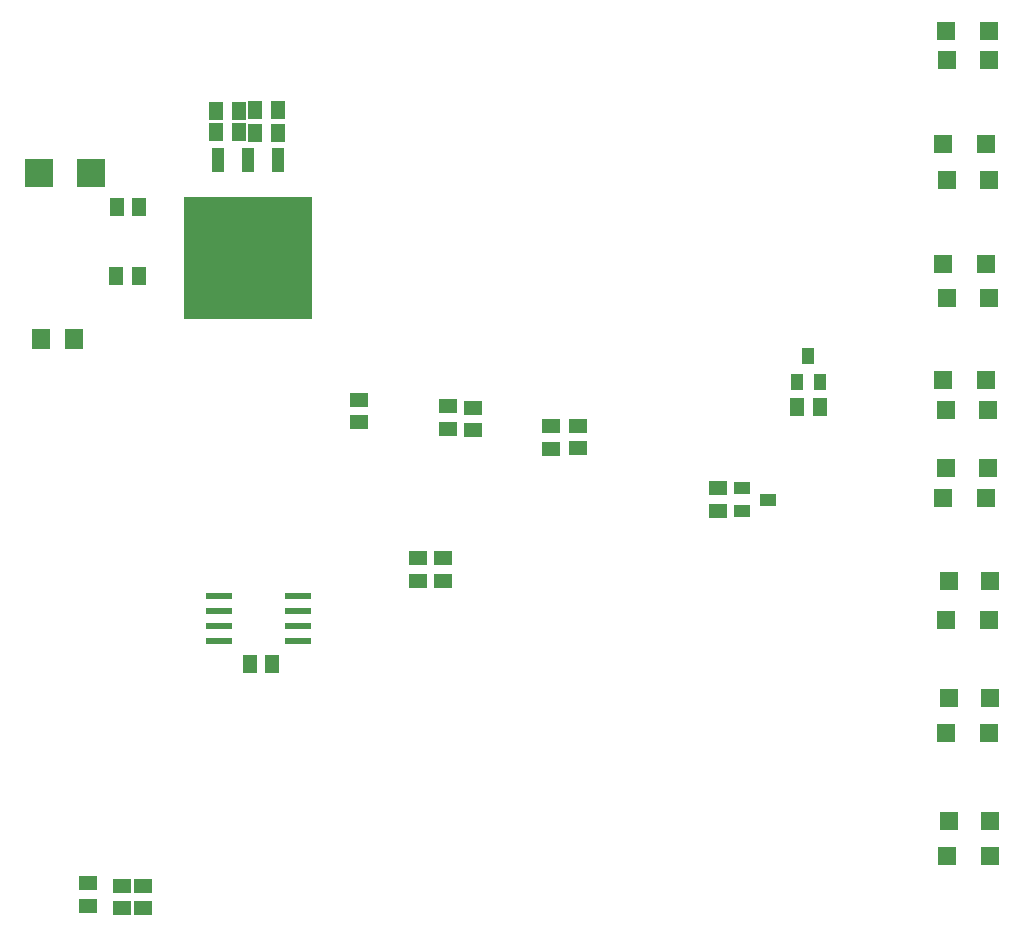
<source format=gbr>
G04 EAGLE Gerber RS-274X export*
G75*
%MOMM*%
%FSLAX34Y34*%
%LPD*%
%INSolderpaste Bottom*%
%IPPOS*%
%AMOC8*
5,1,8,0,0,1.08239X$1,22.5*%
G01*
%ADD10R,1.600000X1.800000*%
%ADD11R,1.500000X1.300000*%
%ADD12R,10.800000X10.410000*%
%ADD13R,1.066800X2.159000*%
%ADD14R,1.300000X1.500000*%
%ADD15R,2.400000X2.400000*%
%ADD16R,1.520000X1.600000*%
%ADD17R,1.500000X1.500000*%
%ADD18R,1.000000X1.400000*%
%ADD19R,1.300000X1.600000*%
%ADD20R,1.400000X1.000000*%
%ADD21R,1.600000X1.300000*%
%ADD22R,2.200000X0.600000*%


D10*
X47288Y515224D03*
X75288Y515224D03*
D11*
X502204Y441404D03*
X502204Y422404D03*
D12*
X223068Y583472D03*
D13*
X223068Y666784D03*
X197668Y666784D03*
X248468Y666784D03*
D14*
X195788Y707932D03*
X214788Y707932D03*
X247808Y689644D03*
X228808Y689644D03*
X195788Y690152D03*
X214788Y690152D03*
X247808Y708440D03*
X228808Y708440D03*
D11*
X391748Y439000D03*
X391748Y458000D03*
D14*
X130332Y568000D03*
X111332Y568000D03*
X111652Y626768D03*
X130652Y626768D03*
D15*
X45408Y655328D03*
X89408Y655328D03*
D16*
X814228Y77312D03*
X850728Y77312D03*
D17*
X851212Y106528D03*
X816212Y106528D03*
D16*
X813428Y181136D03*
X849928Y181136D03*
D17*
X850972Y210528D03*
X815972Y210528D03*
D16*
X813428Y276640D03*
X849928Y276640D03*
D17*
X850972Y310096D03*
X815972Y310096D03*
D16*
X811396Y380272D03*
X847896Y380272D03*
D17*
X848940Y405600D03*
X813940Y405600D03*
D16*
X811396Y479840D03*
X847896Y479840D03*
D17*
X848940Y454368D03*
X813940Y454368D03*
D16*
X811396Y578384D03*
X847896Y578384D03*
D17*
X849964Y549872D03*
X814964Y549872D03*
D16*
X811396Y679984D03*
X847896Y679984D03*
D17*
X849964Y649440D03*
X814964Y649440D03*
D16*
X813428Y775488D03*
X849928Y775488D03*
D17*
X849964Y751040D03*
X814964Y751040D03*
D18*
X697176Y500176D03*
X687676Y478176D03*
X706676Y478176D03*
D19*
X687676Y457520D03*
X706676Y457520D03*
D11*
X387752Y310228D03*
X387752Y329228D03*
D20*
X663272Y378968D03*
X641272Y388468D03*
X641272Y369468D03*
D21*
X620776Y388468D03*
X620776Y369468D03*
D22*
X198348Y272034D03*
X264948Y272034D03*
X198348Y259334D03*
X198348Y284734D03*
X198348Y297434D03*
X264948Y259334D03*
X264948Y284734D03*
X264948Y297434D03*
D14*
X224180Y239776D03*
X243180Y239776D03*
D21*
X87376Y35204D03*
X87376Y54204D03*
D11*
X134112Y33172D03*
X134112Y52172D03*
X115824Y33172D03*
X115824Y52172D03*
X316992Y463436D03*
X316992Y444436D03*
X478888Y440852D03*
X478888Y421852D03*
X366952Y310308D03*
X366952Y329308D03*
X413048Y437828D03*
X413048Y456828D03*
M02*

</source>
